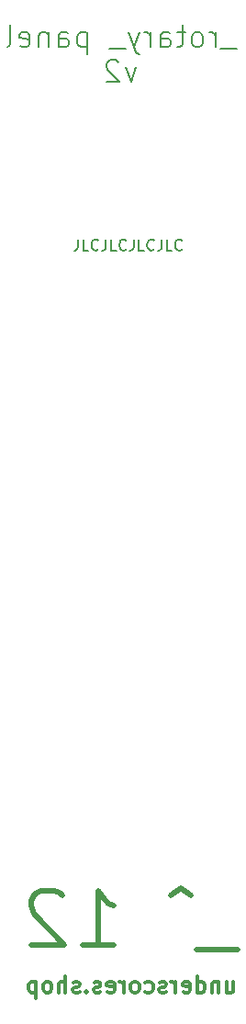
<source format=gbr>
%TF.GenerationSoftware,KiCad,Pcbnew,6.0.7*%
%TF.CreationDate,2022-12-16T09:25:35+13:00*%
%TF.ProjectId,panel,70616e65-6c2e-46b6-9963-61645f706362,rev?*%
%TF.SameCoordinates,Original*%
%TF.FileFunction,Legend,Bot*%
%TF.FilePolarity,Positive*%
%FSLAX46Y46*%
G04 Gerber Fmt 4.6, Leading zero omitted, Abs format (unit mm)*
G04 Created by KiCad (PCBNEW 6.0.7) date 2022-12-16 09:25:35*
%MOMM*%
%LPD*%
G01*
G04 APERTURE LIST*
%ADD10C,0.500000*%
%ADD11C,0.150000*%
%ADD12C,0.200000*%
%ADD13C,0.300000*%
G04 APERTURE END LIST*
D10*
X109900000Y-140938095D02*
X106090476Y-140938095D01*
X105614285Y-135938095D02*
X104661904Y-135223809D01*
X103709523Y-135938095D01*
X95614285Y-140461904D02*
X98471428Y-140461904D01*
X97042857Y-140461904D02*
X97042857Y-135461904D01*
X97519047Y-136176190D01*
X97995238Y-136652380D01*
X98471428Y-136890476D01*
X93709523Y-135938095D02*
X93471428Y-135700000D01*
X92995238Y-135461904D01*
X91804761Y-135461904D01*
X91328571Y-135700000D01*
X91090476Y-135938095D01*
X90852380Y-136414285D01*
X90852380Y-136890476D01*
X91090476Y-137604761D01*
X93947619Y-140461904D01*
X90852380Y-140461904D01*
D11*
X95180952Y-75452380D02*
X95180952Y-76166666D01*
X95133333Y-76309523D01*
X95038095Y-76404761D01*
X94895238Y-76452380D01*
X94800000Y-76452380D01*
X96133333Y-76452380D02*
X95657142Y-76452380D01*
X95657142Y-75452380D01*
X97038095Y-76357142D02*
X96990476Y-76404761D01*
X96847619Y-76452380D01*
X96752380Y-76452380D01*
X96609523Y-76404761D01*
X96514285Y-76309523D01*
X96466666Y-76214285D01*
X96419047Y-76023809D01*
X96419047Y-75880952D01*
X96466666Y-75690476D01*
X96514285Y-75595238D01*
X96609523Y-75500000D01*
X96752380Y-75452380D01*
X96847619Y-75452380D01*
X96990476Y-75500000D01*
X97038095Y-75547619D01*
X97752380Y-75452380D02*
X97752380Y-76166666D01*
X97704761Y-76309523D01*
X97609523Y-76404761D01*
X97466666Y-76452380D01*
X97371428Y-76452380D01*
X98704761Y-76452380D02*
X98228571Y-76452380D01*
X98228571Y-75452380D01*
X99609523Y-76357142D02*
X99561904Y-76404761D01*
X99419047Y-76452380D01*
X99323809Y-76452380D01*
X99180952Y-76404761D01*
X99085714Y-76309523D01*
X99038095Y-76214285D01*
X98990476Y-76023809D01*
X98990476Y-75880952D01*
X99038095Y-75690476D01*
X99085714Y-75595238D01*
X99180952Y-75500000D01*
X99323809Y-75452380D01*
X99419047Y-75452380D01*
X99561904Y-75500000D01*
X99609523Y-75547619D01*
X100323809Y-75452380D02*
X100323809Y-76166666D01*
X100276190Y-76309523D01*
X100180952Y-76404761D01*
X100038095Y-76452380D01*
X99942857Y-76452380D01*
X101276190Y-76452380D02*
X100800000Y-76452380D01*
X100800000Y-75452380D01*
X102180952Y-76357142D02*
X102133333Y-76404761D01*
X101990476Y-76452380D01*
X101895238Y-76452380D01*
X101752380Y-76404761D01*
X101657142Y-76309523D01*
X101609523Y-76214285D01*
X101561904Y-76023809D01*
X101561904Y-75880952D01*
X101609523Y-75690476D01*
X101657142Y-75595238D01*
X101752380Y-75500000D01*
X101895238Y-75452380D01*
X101990476Y-75452380D01*
X102133333Y-75500000D01*
X102180952Y-75547619D01*
X102895238Y-75452380D02*
X102895238Y-76166666D01*
X102847619Y-76309523D01*
X102752380Y-76404761D01*
X102609523Y-76452380D01*
X102514285Y-76452380D01*
X103847619Y-76452380D02*
X103371428Y-76452380D01*
X103371428Y-75452380D01*
X104752380Y-76357142D02*
X104704761Y-76404761D01*
X104561904Y-76452380D01*
X104466666Y-76452380D01*
X104323809Y-76404761D01*
X104228571Y-76309523D01*
X104180952Y-76214285D01*
X104133333Y-76023809D01*
X104133333Y-75880952D01*
X104180952Y-75690476D01*
X104228571Y-75595238D01*
X104323809Y-75500000D01*
X104466666Y-75452380D01*
X104561904Y-75452380D01*
X104704761Y-75500000D01*
X104752380Y-75547619D01*
D12*
X109861904Y-57885238D02*
X108338095Y-57885238D01*
X107861904Y-57694761D02*
X107861904Y-56361428D01*
X107861904Y-56742380D02*
X107766666Y-56551904D01*
X107671428Y-56456666D01*
X107480952Y-56361428D01*
X107290476Y-56361428D01*
X106338095Y-57694761D02*
X106528571Y-57599523D01*
X106623809Y-57504285D01*
X106719047Y-57313809D01*
X106719047Y-56742380D01*
X106623809Y-56551904D01*
X106528571Y-56456666D01*
X106338095Y-56361428D01*
X106052380Y-56361428D01*
X105861904Y-56456666D01*
X105766666Y-56551904D01*
X105671428Y-56742380D01*
X105671428Y-57313809D01*
X105766666Y-57504285D01*
X105861904Y-57599523D01*
X106052380Y-57694761D01*
X106338095Y-57694761D01*
X105100000Y-56361428D02*
X104338095Y-56361428D01*
X104814285Y-55694761D02*
X104814285Y-57409047D01*
X104719047Y-57599523D01*
X104528571Y-57694761D01*
X104338095Y-57694761D01*
X102814285Y-57694761D02*
X102814285Y-56647142D01*
X102909523Y-56456666D01*
X103100000Y-56361428D01*
X103480952Y-56361428D01*
X103671428Y-56456666D01*
X102814285Y-57599523D02*
X103004761Y-57694761D01*
X103480952Y-57694761D01*
X103671428Y-57599523D01*
X103766666Y-57409047D01*
X103766666Y-57218571D01*
X103671428Y-57028095D01*
X103480952Y-56932857D01*
X103004761Y-56932857D01*
X102814285Y-56837619D01*
X101861904Y-57694761D02*
X101861904Y-56361428D01*
X101861904Y-56742380D02*
X101766666Y-56551904D01*
X101671428Y-56456666D01*
X101480952Y-56361428D01*
X101290476Y-56361428D01*
X100814285Y-56361428D02*
X100338095Y-57694761D01*
X99861904Y-56361428D02*
X100338095Y-57694761D01*
X100528571Y-58170952D01*
X100623809Y-58266190D01*
X100814285Y-58361428D01*
X99576190Y-57885238D02*
X98052380Y-57885238D01*
X96052380Y-56361428D02*
X96052380Y-58361428D01*
X96052380Y-56456666D02*
X95861904Y-56361428D01*
X95480952Y-56361428D01*
X95290476Y-56456666D01*
X95195238Y-56551904D01*
X95100000Y-56742380D01*
X95100000Y-57313809D01*
X95195238Y-57504285D01*
X95290476Y-57599523D01*
X95480952Y-57694761D01*
X95861904Y-57694761D01*
X96052380Y-57599523D01*
X93385714Y-57694761D02*
X93385714Y-56647142D01*
X93480952Y-56456666D01*
X93671428Y-56361428D01*
X94052380Y-56361428D01*
X94242857Y-56456666D01*
X93385714Y-57599523D02*
X93576190Y-57694761D01*
X94052380Y-57694761D01*
X94242857Y-57599523D01*
X94338095Y-57409047D01*
X94338095Y-57218571D01*
X94242857Y-57028095D01*
X94052380Y-56932857D01*
X93576190Y-56932857D01*
X93385714Y-56837619D01*
X92433333Y-56361428D02*
X92433333Y-57694761D01*
X92433333Y-56551904D02*
X92338095Y-56456666D01*
X92147619Y-56361428D01*
X91861904Y-56361428D01*
X91671428Y-56456666D01*
X91576190Y-56647142D01*
X91576190Y-57694761D01*
X89861904Y-57599523D02*
X90052380Y-57694761D01*
X90433333Y-57694761D01*
X90623809Y-57599523D01*
X90719047Y-57409047D01*
X90719047Y-56647142D01*
X90623809Y-56456666D01*
X90433333Y-56361428D01*
X90052380Y-56361428D01*
X89861904Y-56456666D01*
X89766666Y-56647142D01*
X89766666Y-56837619D01*
X90719047Y-57028095D01*
X88623809Y-57694761D02*
X88814285Y-57599523D01*
X88909523Y-57409047D01*
X88909523Y-55694761D01*
X100528571Y-59581428D02*
X100052380Y-60914761D01*
X99576190Y-59581428D01*
X98909523Y-59105238D02*
X98814285Y-59010000D01*
X98623809Y-58914761D01*
X98147619Y-58914761D01*
X97957142Y-59010000D01*
X97861904Y-59105238D01*
X97766666Y-59295714D01*
X97766666Y-59486190D01*
X97861904Y-59771904D01*
X99004761Y-60914761D01*
X97766666Y-60914761D01*
D13*
X108885714Y-143878571D02*
X108885714Y-144878571D01*
X109528571Y-143878571D02*
X109528571Y-144664285D01*
X109457142Y-144807142D01*
X109314285Y-144878571D01*
X109100000Y-144878571D01*
X108957142Y-144807142D01*
X108885714Y-144735714D01*
X108171428Y-143878571D02*
X108171428Y-144878571D01*
X108171428Y-144021428D02*
X108100000Y-143950000D01*
X107957142Y-143878571D01*
X107742857Y-143878571D01*
X107600000Y-143950000D01*
X107528571Y-144092857D01*
X107528571Y-144878571D01*
X106171428Y-144878571D02*
X106171428Y-143378571D01*
X106171428Y-144807142D02*
X106314285Y-144878571D01*
X106600000Y-144878571D01*
X106742857Y-144807142D01*
X106814285Y-144735714D01*
X106885714Y-144592857D01*
X106885714Y-144164285D01*
X106814285Y-144021428D01*
X106742857Y-143950000D01*
X106600000Y-143878571D01*
X106314285Y-143878571D01*
X106171428Y-143950000D01*
X104885714Y-144807142D02*
X105028571Y-144878571D01*
X105314285Y-144878571D01*
X105457142Y-144807142D01*
X105528571Y-144664285D01*
X105528571Y-144092857D01*
X105457142Y-143950000D01*
X105314285Y-143878571D01*
X105028571Y-143878571D01*
X104885714Y-143950000D01*
X104814285Y-144092857D01*
X104814285Y-144235714D01*
X105528571Y-144378571D01*
X104171428Y-144878571D02*
X104171428Y-143878571D01*
X104171428Y-144164285D02*
X104100000Y-144021428D01*
X104028571Y-143950000D01*
X103885714Y-143878571D01*
X103742857Y-143878571D01*
X103314285Y-144807142D02*
X103171428Y-144878571D01*
X102885714Y-144878571D01*
X102742857Y-144807142D01*
X102671428Y-144664285D01*
X102671428Y-144592857D01*
X102742857Y-144450000D01*
X102885714Y-144378571D01*
X103100000Y-144378571D01*
X103242857Y-144307142D01*
X103314285Y-144164285D01*
X103314285Y-144092857D01*
X103242857Y-143950000D01*
X103100000Y-143878571D01*
X102885714Y-143878571D01*
X102742857Y-143950000D01*
X101385714Y-144807142D02*
X101528571Y-144878571D01*
X101814285Y-144878571D01*
X101957142Y-144807142D01*
X102028571Y-144735714D01*
X102100000Y-144592857D01*
X102100000Y-144164285D01*
X102028571Y-144021428D01*
X101957142Y-143950000D01*
X101814285Y-143878571D01*
X101528571Y-143878571D01*
X101385714Y-143950000D01*
X100528571Y-144878571D02*
X100671428Y-144807142D01*
X100742857Y-144735714D01*
X100814285Y-144592857D01*
X100814285Y-144164285D01*
X100742857Y-144021428D01*
X100671428Y-143950000D01*
X100528571Y-143878571D01*
X100314285Y-143878571D01*
X100171428Y-143950000D01*
X100100000Y-144021428D01*
X100028571Y-144164285D01*
X100028571Y-144592857D01*
X100100000Y-144735714D01*
X100171428Y-144807142D01*
X100314285Y-144878571D01*
X100528571Y-144878571D01*
X99385714Y-144878571D02*
X99385714Y-143878571D01*
X99385714Y-144164285D02*
X99314285Y-144021428D01*
X99242857Y-143950000D01*
X99100000Y-143878571D01*
X98957142Y-143878571D01*
X97885714Y-144807142D02*
X98028571Y-144878571D01*
X98314285Y-144878571D01*
X98457142Y-144807142D01*
X98528571Y-144664285D01*
X98528571Y-144092857D01*
X98457142Y-143950000D01*
X98314285Y-143878571D01*
X98028571Y-143878571D01*
X97885714Y-143950000D01*
X97814285Y-144092857D01*
X97814285Y-144235714D01*
X98528571Y-144378571D01*
X97242857Y-144807142D02*
X97100000Y-144878571D01*
X96814285Y-144878571D01*
X96671428Y-144807142D01*
X96600000Y-144664285D01*
X96600000Y-144592857D01*
X96671428Y-144450000D01*
X96814285Y-144378571D01*
X97028571Y-144378571D01*
X97171428Y-144307142D01*
X97242857Y-144164285D01*
X97242857Y-144092857D01*
X97171428Y-143950000D01*
X97028571Y-143878571D01*
X96814285Y-143878571D01*
X96671428Y-143950000D01*
X95957142Y-144735714D02*
X95885714Y-144807142D01*
X95957142Y-144878571D01*
X96028571Y-144807142D01*
X95957142Y-144735714D01*
X95957142Y-144878571D01*
X95314285Y-144807142D02*
X95171428Y-144878571D01*
X94885714Y-144878571D01*
X94742857Y-144807142D01*
X94671428Y-144664285D01*
X94671428Y-144592857D01*
X94742857Y-144450000D01*
X94885714Y-144378571D01*
X95100000Y-144378571D01*
X95242857Y-144307142D01*
X95314285Y-144164285D01*
X95314285Y-144092857D01*
X95242857Y-143950000D01*
X95100000Y-143878571D01*
X94885714Y-143878571D01*
X94742857Y-143950000D01*
X94028571Y-144878571D02*
X94028571Y-143378571D01*
X93385714Y-144878571D02*
X93385714Y-144092857D01*
X93457142Y-143950000D01*
X93600000Y-143878571D01*
X93814285Y-143878571D01*
X93957142Y-143950000D01*
X94028571Y-144021428D01*
X92457142Y-144878571D02*
X92600000Y-144807142D01*
X92671428Y-144735714D01*
X92742857Y-144592857D01*
X92742857Y-144164285D01*
X92671428Y-144021428D01*
X92600000Y-143950000D01*
X92457142Y-143878571D01*
X92242857Y-143878571D01*
X92100000Y-143950000D01*
X92028571Y-144021428D01*
X91957142Y-144164285D01*
X91957142Y-144592857D01*
X92028571Y-144735714D01*
X92100000Y-144807142D01*
X92242857Y-144878571D01*
X92457142Y-144878571D01*
X91314285Y-143878571D02*
X91314285Y-145378571D01*
X91314285Y-143950000D02*
X91171428Y-143878571D01*
X90885714Y-143878571D01*
X90742857Y-143950000D01*
X90671428Y-144021428D01*
X90600000Y-144164285D01*
X90600000Y-144592857D01*
X90671428Y-144735714D01*
X90742857Y-144807142D01*
X90885714Y-144878571D01*
X91171428Y-144878571D01*
X91314285Y-144807142D01*
M02*

</source>
